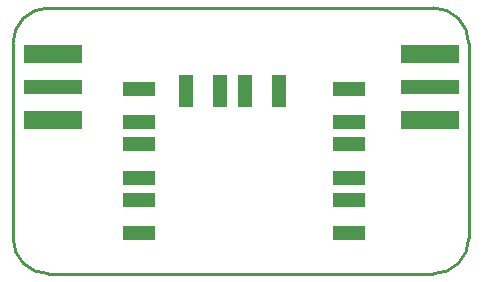
<source format=gtp>
G04*
G04 #@! TF.GenerationSoftware,Altium Limited,Altium Designer,20.0.10 (225)*
G04*
G04 Layer_Color=8421504*
%FSLAX25Y25*%
%MOIN*%
G70*
G01*
G75*
%ADD12C,0.01000*%
%ADD13R,0.10630X0.04921*%
%ADD14R,0.04921X0.10630*%
%ADD15R,0.19685X0.04724*%
%ADD16R,0.19685X0.06299*%
D12*
X305118Y381890D02*
G03*
X316929Y393701I0J11811D01*
G01*
X165000D02*
G03*
X176811Y381890I11811J0D01*
G01*
X316929Y458689D02*
G03*
X305118Y470500I-11811J0D01*
G01*
X176811D02*
G03*
X165000Y458689I0J-11811D01*
G01*
X316929Y393701D02*
Y458689D01*
X176811Y381890D02*
X305118D01*
X165000Y393701D02*
Y458500D01*
X176811Y470500D02*
X305118D01*
D13*
X277000Y443638D02*
D03*
Y432417D02*
D03*
Y425047D02*
D03*
Y413826D02*
D03*
Y406547D02*
D03*
Y395326D02*
D03*
X206874Y406547D02*
D03*
Y395326D02*
D03*
Y425047D02*
D03*
Y413826D02*
D03*
Y443638D02*
D03*
Y432417D02*
D03*
D14*
X253642Y442937D02*
D03*
X242421D02*
D03*
X233957D02*
D03*
X222736D02*
D03*
D15*
X304095Y444136D02*
D03*
X178189D02*
D03*
D16*
X304095Y455042D02*
D03*
Y433231D02*
D03*
X178189D02*
D03*
Y455042D02*
D03*
M02*

</source>
